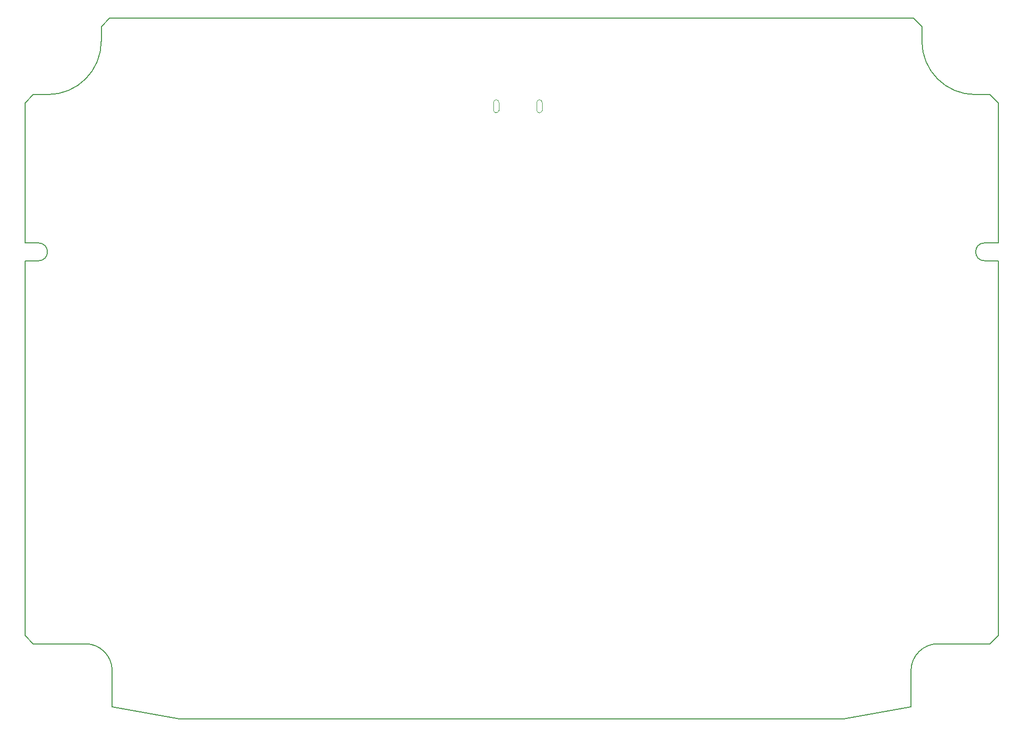
<source format=gko>
G75*
G70*
%OFA0B0*%
%FSLAX25Y25*%
%IPPOS*%
%LPD*%
%AMOC8*
5,1,8,0,0,1.08239X$1,22.5*
%
%ADD171C,0.00472*%
%ADD66C,0.00787*%
X0000000Y0000000D02*
%LPD*%
G01*
D66*
X0543150Y0000000D02*
X0587855Y0007874D01*
X0050630Y0449370D02*
X0050630Y0458999D01*
X0009055Y0315551D02*
G75*
G02*
X0009055Y0303740I0000001J-005906D01*
G01*
X0630472Y0413937D02*
G75*
G02*
X0595039Y0449370I0000000J0035433D01*
G01*
X0057874Y0007874D02*
X0057874Y0032315D01*
X0040157Y0049803D02*
G75*
G02*
X0057874Y0032315I-000185J-017905D01*
G01*
X0636614Y0315551D02*
X0645669Y0315551D01*
X0587795Y0031843D02*
G75*
G02*
X0605855Y0049803I0017989J-000028D01*
G01*
X0000000Y0055371D02*
X0000000Y0303740D01*
X0015197Y0413937D02*
X0005568Y0413937D01*
X0589472Y0464567D02*
X0056198Y0464567D01*
X0640102Y0049803D02*
X0605855Y0049803D01*
X0009055Y0303740D02*
X0000000Y0303740D01*
X0587855Y0007874D02*
X0587795Y0031843D01*
X0543150Y0000000D02*
X0102520Y0000000D01*
X0645669Y0055371D02*
X0645669Y0303740D01*
X0050630Y0458999D02*
X0056198Y0464567D01*
X0645669Y0315551D02*
X0645669Y0408369D01*
X0595039Y0458999D02*
X0589472Y0464567D01*
X0009055Y0315551D02*
X0000000Y0315551D01*
X0102520Y0000000D02*
X0057874Y0007874D01*
X0645669Y0408369D02*
X0640102Y0413937D01*
X0630472Y0413937D02*
X0640102Y0413937D01*
X0636614Y0303740D02*
X0645669Y0303740D01*
X0645669Y0055371D02*
X0640102Y0049803D01*
X0050630Y0449370D02*
G75*
G02*
X0015197Y0413937I-035433J0000000D01*
G01*
X0000000Y0408369D02*
X0005568Y0413937D01*
X0595039Y0449370D02*
X0595039Y0458999D01*
X0636614Y0303740D02*
G75*
G02*
X0636614Y0315551I0000000J0005906D01*
G01*
X0000000Y0315551D02*
X0000000Y0408369D01*
X0000000Y0055371D02*
X0005568Y0049803D01*
X0005568Y0049803D02*
X0040157Y0049803D01*
D171*
X0339580Y0403578D02*
X0339580Y0409010D01*
X0310862Y0403602D02*
X0310862Y0409034D01*
X0343075Y0408751D02*
X0343075Y0403319D01*
X0314357Y0408775D02*
X0314357Y0403344D01*
X0314357Y0408775D02*
G75*
G03*
X0310862Y0409034I-001759J-000030D01*
G01*
X0310862Y0403602D02*
G75*
G03*
X0314357Y0403344I0001759J0000030D01*
G01*
X0343075Y0408751D02*
G75*
G03*
X0339580Y0409010I-001759J-000030D01*
G01*
X0339580Y0403578D02*
G75*
G03*
X0343075Y0403319I0001759J0000030D01*
G01*
X0155659Y0382900D02*
G01*
G75*
X0346801Y0360827D02*
G01*
G75*
X0154380Y0232171D02*
G01*
G75*
X0154774Y0171836D02*
G01*
G75*
X0150049Y0172349D02*
G01*
G75*
X0374311Y0173278D02*
G01*
G75*
X0105285Y0328895D02*
G01*
G75*
X0304590Y0168158D02*
G01*
G75*
X0067106Y0260650D02*
G01*
G75*
X0124902Y0295374D02*
G01*
G75*
X0244882Y0127264D02*
G01*
G75*
X0281543Y0227035D02*
G01*
G75*
M02*

</source>
